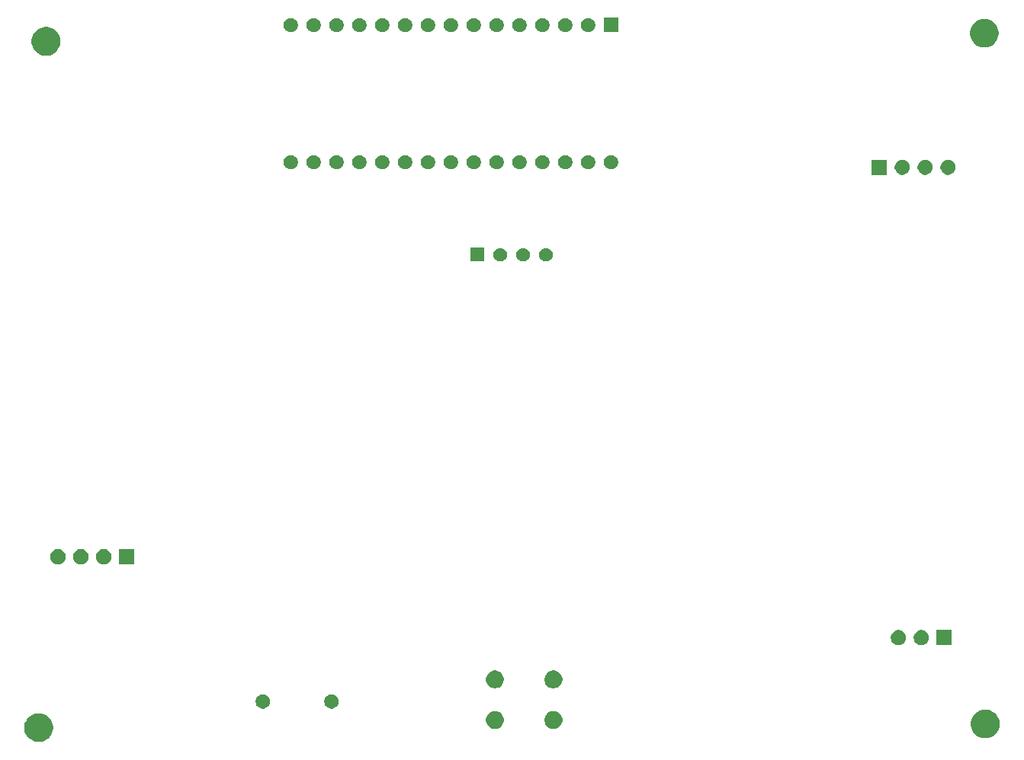
<source format=gbs>
G04 #@! TF.GenerationSoftware,KiCad,Pcbnew,9.0.6*
G04 #@! TF.CreationDate,2025-12-21T20:31:47-08:00*
G04 #@! TF.ProjectId,enviroment_sensor,656e7669-726f-46d6-956e-745f73656e73,rev?*
G04 #@! TF.SameCoordinates,Original*
G04 #@! TF.FileFunction,Soldermask,Bot*
G04 #@! TF.FilePolarity,Negative*
%FSLAX46Y46*%
G04 Gerber Fmt 4.6, Leading zero omitted, Abs format (unit mm)*
G04 Created by KiCad (PCBNEW 9.0.6) date 2025-12-21 20:31:47*
%MOMM*%
%LPD*%
G01*
G04 APERTURE LIST*
G04 APERTURE END LIST*
G36*
X46873513Y-114544208D02*
G01*
X47112293Y-114621793D01*
X47335998Y-114735776D01*
X47539117Y-114883350D01*
X47716650Y-115060883D01*
X47864224Y-115264002D01*
X47978207Y-115487707D01*
X48055792Y-115726487D01*
X48095068Y-115974465D01*
X48095068Y-116225535D01*
X48055792Y-116473513D01*
X47978207Y-116712293D01*
X47864224Y-116935998D01*
X47716650Y-117139117D01*
X47539117Y-117316650D01*
X47335998Y-117464224D01*
X47112293Y-117578207D01*
X46873513Y-117655792D01*
X46625535Y-117695068D01*
X46374465Y-117695068D01*
X46126487Y-117655792D01*
X45887707Y-117578207D01*
X45664002Y-117464224D01*
X45460883Y-117316650D01*
X45283350Y-117139117D01*
X45135776Y-116935998D01*
X45021793Y-116712293D01*
X44944208Y-116473513D01*
X44904932Y-116225535D01*
X44904932Y-115974465D01*
X44944208Y-115726487D01*
X45021793Y-115487707D01*
X45135776Y-115264002D01*
X45283350Y-115060883D01*
X45460883Y-114883350D01*
X45664002Y-114735776D01*
X45887707Y-114621793D01*
X46126487Y-114544208D01*
X46374465Y-114504932D01*
X46625535Y-114504932D01*
X46873513Y-114544208D01*
G37*
G36*
X151973513Y-114144208D02*
G01*
X152212293Y-114221793D01*
X152435998Y-114335776D01*
X152639117Y-114483350D01*
X152816650Y-114660883D01*
X152964224Y-114864002D01*
X153078207Y-115087707D01*
X153155792Y-115326487D01*
X153195068Y-115574465D01*
X153195068Y-115825535D01*
X153155792Y-116073513D01*
X153078207Y-116312293D01*
X152964224Y-116535998D01*
X152816650Y-116739117D01*
X152639117Y-116916650D01*
X152435998Y-117064224D01*
X152212293Y-117178207D01*
X151973513Y-117255792D01*
X151725535Y-117295068D01*
X151474465Y-117295068D01*
X151226487Y-117255792D01*
X150987707Y-117178207D01*
X150764002Y-117064224D01*
X150560883Y-116916650D01*
X150383350Y-116739117D01*
X150235776Y-116535998D01*
X150121793Y-116312293D01*
X150044208Y-116073513D01*
X150004932Y-115825535D01*
X150004932Y-115574465D01*
X150044208Y-115326487D01*
X150121793Y-115087707D01*
X150235776Y-114864002D01*
X150383350Y-114660883D01*
X150560883Y-114483350D01*
X150764002Y-114335776D01*
X150987707Y-114221793D01*
X151226487Y-114144208D01*
X151474465Y-114104932D01*
X151725535Y-114104932D01*
X151973513Y-114144208D01*
G37*
G36*
X97440285Y-114293060D02*
G01*
X97621397Y-114368079D01*
X97784393Y-114476990D01*
X97923010Y-114615607D01*
X98031921Y-114778603D01*
X98106940Y-114959715D01*
X98145185Y-115151983D01*
X98145185Y-115348017D01*
X98106940Y-115540285D01*
X98031921Y-115721397D01*
X97923010Y-115884393D01*
X97784393Y-116023010D01*
X97621397Y-116131921D01*
X97440285Y-116206940D01*
X97248017Y-116245185D01*
X97051983Y-116245185D01*
X96859715Y-116206940D01*
X96678603Y-116131921D01*
X96515607Y-116023010D01*
X96376990Y-115884393D01*
X96268079Y-115721397D01*
X96193060Y-115540285D01*
X96154815Y-115348017D01*
X96154815Y-115151983D01*
X96193060Y-114959715D01*
X96268079Y-114778603D01*
X96376990Y-114615607D01*
X96515607Y-114476990D01*
X96678603Y-114368079D01*
X96859715Y-114293060D01*
X97051983Y-114254815D01*
X97248017Y-114254815D01*
X97440285Y-114293060D01*
G37*
G36*
X103940285Y-114293060D02*
G01*
X104121397Y-114368079D01*
X104284393Y-114476990D01*
X104423010Y-114615607D01*
X104531921Y-114778603D01*
X104606940Y-114959715D01*
X104645185Y-115151983D01*
X104645185Y-115348017D01*
X104606940Y-115540285D01*
X104531921Y-115721397D01*
X104423010Y-115884393D01*
X104284393Y-116023010D01*
X104121397Y-116131921D01*
X103940285Y-116206940D01*
X103748017Y-116245185D01*
X103551983Y-116245185D01*
X103359715Y-116206940D01*
X103178603Y-116131921D01*
X103015607Y-116023010D01*
X102876990Y-115884393D01*
X102768079Y-115721397D01*
X102693060Y-115540285D01*
X102654815Y-115348017D01*
X102654815Y-115151983D01*
X102693060Y-114959715D01*
X102768079Y-114778603D01*
X102876990Y-114615607D01*
X103015607Y-114476990D01*
X103178603Y-114368079D01*
X103359715Y-114293060D01*
X103551983Y-114254815D01*
X103748017Y-114254815D01*
X103940285Y-114293060D01*
G37*
G36*
X71612228Y-112434448D02*
G01*
X71757117Y-112494463D01*
X71887515Y-112581592D01*
X71998408Y-112692485D01*
X72085537Y-112822883D01*
X72145552Y-112967772D01*
X72176148Y-113121586D01*
X72176148Y-113278414D01*
X72145552Y-113432228D01*
X72085537Y-113577117D01*
X71998408Y-113707515D01*
X71887515Y-113818408D01*
X71757117Y-113905537D01*
X71612228Y-113965552D01*
X71458414Y-113996148D01*
X71301586Y-113996148D01*
X71147772Y-113965552D01*
X71002883Y-113905537D01*
X70872485Y-113818408D01*
X70761592Y-113707515D01*
X70674463Y-113577117D01*
X70614448Y-113432228D01*
X70583852Y-113278414D01*
X70583852Y-113121586D01*
X70614448Y-112967772D01*
X70674463Y-112822883D01*
X70761592Y-112692485D01*
X70872485Y-112581592D01*
X71002883Y-112494463D01*
X71147772Y-112434448D01*
X71301586Y-112403852D01*
X71458414Y-112403852D01*
X71612228Y-112434448D01*
G37*
G36*
X79232228Y-112434448D02*
G01*
X79377117Y-112494463D01*
X79507515Y-112581592D01*
X79618408Y-112692485D01*
X79705537Y-112822883D01*
X79765552Y-112967772D01*
X79796148Y-113121586D01*
X79796148Y-113278414D01*
X79765552Y-113432228D01*
X79705537Y-113577117D01*
X79618408Y-113707515D01*
X79507515Y-113818408D01*
X79377117Y-113905537D01*
X79232228Y-113965552D01*
X79078414Y-113996148D01*
X78921586Y-113996148D01*
X78767772Y-113965552D01*
X78622883Y-113905537D01*
X78492485Y-113818408D01*
X78381592Y-113707515D01*
X78294463Y-113577117D01*
X78234448Y-113432228D01*
X78203852Y-113278414D01*
X78203852Y-113121586D01*
X78234448Y-112967772D01*
X78294463Y-112822883D01*
X78381592Y-112692485D01*
X78492485Y-112581592D01*
X78622883Y-112494463D01*
X78767772Y-112434448D01*
X78921586Y-112403852D01*
X79078414Y-112403852D01*
X79232228Y-112434448D01*
G37*
G36*
X97440285Y-109793060D02*
G01*
X97621397Y-109868079D01*
X97784393Y-109976990D01*
X97923010Y-110115607D01*
X98031921Y-110278603D01*
X98106940Y-110459715D01*
X98145185Y-110651983D01*
X98145185Y-110848017D01*
X98106940Y-111040285D01*
X98031921Y-111221397D01*
X97923010Y-111384393D01*
X97784393Y-111523010D01*
X97621397Y-111631921D01*
X97440285Y-111706940D01*
X97248017Y-111745185D01*
X97051983Y-111745185D01*
X96859715Y-111706940D01*
X96678603Y-111631921D01*
X96515607Y-111523010D01*
X96376990Y-111384393D01*
X96268079Y-111221397D01*
X96193060Y-111040285D01*
X96154815Y-110848017D01*
X96154815Y-110651983D01*
X96193060Y-110459715D01*
X96268079Y-110278603D01*
X96376990Y-110115607D01*
X96515607Y-109976990D01*
X96678603Y-109868079D01*
X96859715Y-109793060D01*
X97051983Y-109754815D01*
X97248017Y-109754815D01*
X97440285Y-109793060D01*
G37*
G36*
X103940285Y-109793060D02*
G01*
X104121397Y-109868079D01*
X104284393Y-109976990D01*
X104423010Y-110115607D01*
X104531921Y-110278603D01*
X104606940Y-110459715D01*
X104645185Y-110651983D01*
X104645185Y-110848017D01*
X104606940Y-111040285D01*
X104531921Y-111221397D01*
X104423010Y-111384393D01*
X104284393Y-111523010D01*
X104121397Y-111631921D01*
X103940285Y-111706940D01*
X103748017Y-111745185D01*
X103551983Y-111745185D01*
X103359715Y-111706940D01*
X103178603Y-111631921D01*
X103015607Y-111523010D01*
X102876990Y-111384393D01*
X102768079Y-111221397D01*
X102693060Y-111040285D01*
X102654815Y-110848017D01*
X102654815Y-110651983D01*
X102693060Y-110459715D01*
X102768079Y-110278603D01*
X102876990Y-110115607D01*
X103015607Y-109976990D01*
X103178603Y-109868079D01*
X103359715Y-109793060D01*
X103551983Y-109754815D01*
X103748017Y-109754815D01*
X103940285Y-109793060D01*
G37*
G36*
X147890000Y-106950000D02*
G01*
X146190000Y-106950000D01*
X146190000Y-105250000D01*
X147890000Y-105250000D01*
X147890000Y-106950000D01*
G37*
G36*
X142206742Y-105286601D02*
G01*
X142360687Y-105350367D01*
X142499234Y-105442941D01*
X142617059Y-105560766D01*
X142709633Y-105699313D01*
X142773399Y-105853258D01*
X142805907Y-106016685D01*
X142805907Y-106183315D01*
X142773399Y-106346742D01*
X142709633Y-106500687D01*
X142617059Y-106639234D01*
X142499234Y-106757059D01*
X142360687Y-106849633D01*
X142206742Y-106913399D01*
X142043315Y-106945907D01*
X141876685Y-106945907D01*
X141713258Y-106913399D01*
X141559313Y-106849633D01*
X141420766Y-106757059D01*
X141302941Y-106639234D01*
X141210367Y-106500687D01*
X141146601Y-106346742D01*
X141114093Y-106183315D01*
X141114093Y-106016685D01*
X141146601Y-105853258D01*
X141210367Y-105699313D01*
X141302941Y-105560766D01*
X141420766Y-105442941D01*
X141559313Y-105350367D01*
X141713258Y-105286601D01*
X141876685Y-105254093D01*
X142043315Y-105254093D01*
X142206742Y-105286601D01*
G37*
G36*
X144746742Y-105286601D02*
G01*
X144900687Y-105350367D01*
X145039234Y-105442941D01*
X145157059Y-105560766D01*
X145249633Y-105699313D01*
X145313399Y-105853258D01*
X145345907Y-106016685D01*
X145345907Y-106183315D01*
X145313399Y-106346742D01*
X145249633Y-106500687D01*
X145157059Y-106639234D01*
X145039234Y-106757059D01*
X144900687Y-106849633D01*
X144746742Y-106913399D01*
X144583315Y-106945907D01*
X144416685Y-106945907D01*
X144253258Y-106913399D01*
X144099313Y-106849633D01*
X143960766Y-106757059D01*
X143842941Y-106639234D01*
X143750367Y-106500687D01*
X143686601Y-106346742D01*
X143654093Y-106183315D01*
X143654093Y-106016685D01*
X143686601Y-105853258D01*
X143750367Y-105699313D01*
X143842941Y-105560766D01*
X143960766Y-105442941D01*
X144099313Y-105350367D01*
X144253258Y-105286601D01*
X144416685Y-105254093D01*
X144583315Y-105254093D01*
X144746742Y-105286601D01*
G37*
G36*
X57100000Y-97950000D02*
G01*
X55400000Y-97950000D01*
X55400000Y-96250000D01*
X57100000Y-96250000D01*
X57100000Y-97950000D01*
G37*
G36*
X48876742Y-96286601D02*
G01*
X49030687Y-96350367D01*
X49169234Y-96442941D01*
X49287059Y-96560766D01*
X49379633Y-96699313D01*
X49443399Y-96853258D01*
X49475907Y-97016685D01*
X49475907Y-97183315D01*
X49443399Y-97346742D01*
X49379633Y-97500687D01*
X49287059Y-97639234D01*
X49169234Y-97757059D01*
X49030687Y-97849633D01*
X48876742Y-97913399D01*
X48713315Y-97945907D01*
X48546685Y-97945907D01*
X48383258Y-97913399D01*
X48229313Y-97849633D01*
X48090766Y-97757059D01*
X47972941Y-97639234D01*
X47880367Y-97500687D01*
X47816601Y-97346742D01*
X47784093Y-97183315D01*
X47784093Y-97016685D01*
X47816601Y-96853258D01*
X47880367Y-96699313D01*
X47972941Y-96560766D01*
X48090766Y-96442941D01*
X48229313Y-96350367D01*
X48383258Y-96286601D01*
X48546685Y-96254093D01*
X48713315Y-96254093D01*
X48876742Y-96286601D01*
G37*
G36*
X51416742Y-96286601D02*
G01*
X51570687Y-96350367D01*
X51709234Y-96442941D01*
X51827059Y-96560766D01*
X51919633Y-96699313D01*
X51983399Y-96853258D01*
X52015907Y-97016685D01*
X52015907Y-97183315D01*
X51983399Y-97346742D01*
X51919633Y-97500687D01*
X51827059Y-97639234D01*
X51709234Y-97757059D01*
X51570687Y-97849633D01*
X51416742Y-97913399D01*
X51253315Y-97945907D01*
X51086685Y-97945907D01*
X50923258Y-97913399D01*
X50769313Y-97849633D01*
X50630766Y-97757059D01*
X50512941Y-97639234D01*
X50420367Y-97500687D01*
X50356601Y-97346742D01*
X50324093Y-97183315D01*
X50324093Y-97016685D01*
X50356601Y-96853258D01*
X50420367Y-96699313D01*
X50512941Y-96560766D01*
X50630766Y-96442941D01*
X50769313Y-96350367D01*
X50923258Y-96286601D01*
X51086685Y-96254093D01*
X51253315Y-96254093D01*
X51416742Y-96286601D01*
G37*
G36*
X53956742Y-96286601D02*
G01*
X54110687Y-96350367D01*
X54249234Y-96442941D01*
X54367059Y-96560766D01*
X54459633Y-96699313D01*
X54523399Y-96853258D01*
X54555907Y-97016685D01*
X54555907Y-97183315D01*
X54523399Y-97346742D01*
X54459633Y-97500687D01*
X54367059Y-97639234D01*
X54249234Y-97757059D01*
X54110687Y-97849633D01*
X53956742Y-97913399D01*
X53793315Y-97945907D01*
X53626685Y-97945907D01*
X53463258Y-97913399D01*
X53309313Y-97849633D01*
X53170766Y-97757059D01*
X53052941Y-97639234D01*
X52960367Y-97500687D01*
X52896601Y-97346742D01*
X52864093Y-97183315D01*
X52864093Y-97016685D01*
X52896601Y-96853258D01*
X52960367Y-96699313D01*
X53052941Y-96560766D01*
X53170766Y-96442941D01*
X53309313Y-96350367D01*
X53463258Y-96286601D01*
X53626685Y-96254093D01*
X53793315Y-96254093D01*
X53956742Y-96286601D01*
G37*
G36*
X95952000Y-64292000D02*
G01*
X94428000Y-64292000D01*
X94428000Y-62768000D01*
X95952000Y-62768000D01*
X95952000Y-64292000D01*
G37*
G36*
X97951197Y-62800811D02*
G01*
X98089204Y-62857976D01*
X98213408Y-62940966D01*
X98319034Y-63046592D01*
X98402024Y-63170796D01*
X98459189Y-63308803D01*
X98488331Y-63455311D01*
X98488331Y-63604689D01*
X98459189Y-63751197D01*
X98402024Y-63889204D01*
X98319034Y-64013408D01*
X98213408Y-64119034D01*
X98089204Y-64202024D01*
X97951197Y-64259189D01*
X97804689Y-64288331D01*
X97655311Y-64288331D01*
X97508803Y-64259189D01*
X97370796Y-64202024D01*
X97246592Y-64119034D01*
X97140966Y-64013408D01*
X97057976Y-63889204D01*
X97000811Y-63751197D01*
X96971669Y-63604689D01*
X96971669Y-63455311D01*
X97000811Y-63308803D01*
X97057976Y-63170796D01*
X97140966Y-63046592D01*
X97246592Y-62940966D01*
X97370796Y-62857976D01*
X97508803Y-62800811D01*
X97655311Y-62771669D01*
X97804689Y-62771669D01*
X97951197Y-62800811D01*
G37*
G36*
X100491197Y-62800811D02*
G01*
X100629204Y-62857976D01*
X100753408Y-62940966D01*
X100859034Y-63046592D01*
X100942024Y-63170796D01*
X100999189Y-63308803D01*
X101028331Y-63455311D01*
X101028331Y-63604689D01*
X100999189Y-63751197D01*
X100942024Y-63889204D01*
X100859034Y-64013408D01*
X100753408Y-64119034D01*
X100629204Y-64202024D01*
X100491197Y-64259189D01*
X100344689Y-64288331D01*
X100195311Y-64288331D01*
X100048803Y-64259189D01*
X99910796Y-64202024D01*
X99786592Y-64119034D01*
X99680966Y-64013408D01*
X99597976Y-63889204D01*
X99540811Y-63751197D01*
X99511669Y-63604689D01*
X99511669Y-63455311D01*
X99540811Y-63308803D01*
X99597976Y-63170796D01*
X99680966Y-63046592D01*
X99786592Y-62940966D01*
X99910796Y-62857976D01*
X100048803Y-62800811D01*
X100195311Y-62771669D01*
X100344689Y-62771669D01*
X100491197Y-62800811D01*
G37*
G36*
X103031197Y-62800811D02*
G01*
X103169204Y-62857976D01*
X103293408Y-62940966D01*
X103399034Y-63046592D01*
X103482024Y-63170796D01*
X103539189Y-63308803D01*
X103568331Y-63455311D01*
X103568331Y-63604689D01*
X103539189Y-63751197D01*
X103482024Y-63889204D01*
X103399034Y-64013408D01*
X103293408Y-64119034D01*
X103169204Y-64202024D01*
X103031197Y-64259189D01*
X102884689Y-64288331D01*
X102735311Y-64288331D01*
X102588803Y-64259189D01*
X102450796Y-64202024D01*
X102326592Y-64119034D01*
X102220966Y-64013408D01*
X102137976Y-63889204D01*
X102080811Y-63751197D01*
X102051669Y-63604689D01*
X102051669Y-63455311D01*
X102080811Y-63308803D01*
X102137976Y-63170796D01*
X102220966Y-63046592D01*
X102326592Y-62940966D01*
X102450796Y-62857976D01*
X102588803Y-62800811D01*
X102735311Y-62771669D01*
X102884689Y-62771669D01*
X103031197Y-62800811D01*
G37*
G36*
X140700000Y-54650000D02*
G01*
X139000000Y-54650000D01*
X139000000Y-52950000D01*
X140700000Y-52950000D01*
X140700000Y-54650000D01*
G37*
G36*
X142636742Y-52986601D02*
G01*
X142790687Y-53050367D01*
X142929234Y-53142941D01*
X143047059Y-53260766D01*
X143139633Y-53399313D01*
X143203399Y-53553258D01*
X143235907Y-53716685D01*
X143235907Y-53883315D01*
X143203399Y-54046742D01*
X143139633Y-54200687D01*
X143047059Y-54339234D01*
X142929234Y-54457059D01*
X142790687Y-54549633D01*
X142636742Y-54613399D01*
X142473315Y-54645907D01*
X142306685Y-54645907D01*
X142143258Y-54613399D01*
X141989313Y-54549633D01*
X141850766Y-54457059D01*
X141732941Y-54339234D01*
X141640367Y-54200687D01*
X141576601Y-54046742D01*
X141544093Y-53883315D01*
X141544093Y-53716685D01*
X141576601Y-53553258D01*
X141640367Y-53399313D01*
X141732941Y-53260766D01*
X141850766Y-53142941D01*
X141989313Y-53050367D01*
X142143258Y-52986601D01*
X142306685Y-52954093D01*
X142473315Y-52954093D01*
X142636742Y-52986601D01*
G37*
G36*
X145176742Y-52986601D02*
G01*
X145330687Y-53050367D01*
X145469234Y-53142941D01*
X145587059Y-53260766D01*
X145679633Y-53399313D01*
X145743399Y-53553258D01*
X145775907Y-53716685D01*
X145775907Y-53883315D01*
X145743399Y-54046742D01*
X145679633Y-54200687D01*
X145587059Y-54339234D01*
X145469234Y-54457059D01*
X145330687Y-54549633D01*
X145176742Y-54613399D01*
X145013315Y-54645907D01*
X144846685Y-54645907D01*
X144683258Y-54613399D01*
X144529313Y-54549633D01*
X144390766Y-54457059D01*
X144272941Y-54339234D01*
X144180367Y-54200687D01*
X144116601Y-54046742D01*
X144084093Y-53883315D01*
X144084093Y-53716685D01*
X144116601Y-53553258D01*
X144180367Y-53399313D01*
X144272941Y-53260766D01*
X144390766Y-53142941D01*
X144529313Y-53050367D01*
X144683258Y-52986601D01*
X144846685Y-52954093D01*
X145013315Y-52954093D01*
X145176742Y-52986601D01*
G37*
G36*
X147716742Y-52986601D02*
G01*
X147870687Y-53050367D01*
X148009234Y-53142941D01*
X148127059Y-53260766D01*
X148219633Y-53399313D01*
X148283399Y-53553258D01*
X148315907Y-53716685D01*
X148315907Y-53883315D01*
X148283399Y-54046742D01*
X148219633Y-54200687D01*
X148127059Y-54339234D01*
X148009234Y-54457059D01*
X147870687Y-54549633D01*
X147716742Y-54613399D01*
X147553315Y-54645907D01*
X147386685Y-54645907D01*
X147223258Y-54613399D01*
X147069313Y-54549633D01*
X146930766Y-54457059D01*
X146812941Y-54339234D01*
X146720367Y-54200687D01*
X146656601Y-54046742D01*
X146624093Y-53883315D01*
X146624093Y-53716685D01*
X146656601Y-53553258D01*
X146720367Y-53399313D01*
X146812941Y-53260766D01*
X146930766Y-53142941D01*
X147069313Y-53050367D01*
X147223258Y-52986601D01*
X147386685Y-52954093D01*
X147553315Y-52954093D01*
X147716742Y-52986601D01*
G37*
G36*
X74722228Y-52474448D02*
G01*
X74867117Y-52534463D01*
X74997515Y-52621592D01*
X75108408Y-52732485D01*
X75195537Y-52862883D01*
X75255552Y-53007772D01*
X75286148Y-53161586D01*
X75286148Y-53318414D01*
X75255552Y-53472228D01*
X75195537Y-53617117D01*
X75108408Y-53747515D01*
X74997515Y-53858408D01*
X74867117Y-53945537D01*
X74722228Y-54005552D01*
X74568414Y-54036148D01*
X74411586Y-54036148D01*
X74257772Y-54005552D01*
X74112883Y-53945537D01*
X73982485Y-53858408D01*
X73871592Y-53747515D01*
X73784463Y-53617117D01*
X73724448Y-53472228D01*
X73693852Y-53318414D01*
X73693852Y-53161586D01*
X73724448Y-53007772D01*
X73784463Y-52862883D01*
X73871592Y-52732485D01*
X73982485Y-52621592D01*
X74112883Y-52534463D01*
X74257772Y-52474448D01*
X74411586Y-52443852D01*
X74568414Y-52443852D01*
X74722228Y-52474448D01*
G37*
G36*
X77262228Y-52474448D02*
G01*
X77407117Y-52534463D01*
X77537515Y-52621592D01*
X77648408Y-52732485D01*
X77735537Y-52862883D01*
X77795552Y-53007772D01*
X77826148Y-53161586D01*
X77826148Y-53318414D01*
X77795552Y-53472228D01*
X77735537Y-53617117D01*
X77648408Y-53747515D01*
X77537515Y-53858408D01*
X77407117Y-53945537D01*
X77262228Y-54005552D01*
X77108414Y-54036148D01*
X76951586Y-54036148D01*
X76797772Y-54005552D01*
X76652883Y-53945537D01*
X76522485Y-53858408D01*
X76411592Y-53747515D01*
X76324463Y-53617117D01*
X76264448Y-53472228D01*
X76233852Y-53318414D01*
X76233852Y-53161586D01*
X76264448Y-53007772D01*
X76324463Y-52862883D01*
X76411592Y-52732485D01*
X76522485Y-52621592D01*
X76652883Y-52534463D01*
X76797772Y-52474448D01*
X76951586Y-52443852D01*
X77108414Y-52443852D01*
X77262228Y-52474448D01*
G37*
G36*
X79802228Y-52474448D02*
G01*
X79947117Y-52534463D01*
X80077515Y-52621592D01*
X80188408Y-52732485D01*
X80275537Y-52862883D01*
X80335552Y-53007772D01*
X80366148Y-53161586D01*
X80366148Y-53318414D01*
X80335552Y-53472228D01*
X80275537Y-53617117D01*
X80188408Y-53747515D01*
X80077515Y-53858408D01*
X79947117Y-53945537D01*
X79802228Y-54005552D01*
X79648414Y-54036148D01*
X79491586Y-54036148D01*
X79337772Y-54005552D01*
X79192883Y-53945537D01*
X79062485Y-53858408D01*
X78951592Y-53747515D01*
X78864463Y-53617117D01*
X78804448Y-53472228D01*
X78773852Y-53318414D01*
X78773852Y-53161586D01*
X78804448Y-53007772D01*
X78864463Y-52862883D01*
X78951592Y-52732485D01*
X79062485Y-52621592D01*
X79192883Y-52534463D01*
X79337772Y-52474448D01*
X79491586Y-52443852D01*
X79648414Y-52443852D01*
X79802228Y-52474448D01*
G37*
G36*
X82342228Y-52474448D02*
G01*
X82487117Y-52534463D01*
X82617515Y-52621592D01*
X82728408Y-52732485D01*
X82815537Y-52862883D01*
X82875552Y-53007772D01*
X82906148Y-53161586D01*
X82906148Y-53318414D01*
X82875552Y-53472228D01*
X82815537Y-53617117D01*
X82728408Y-53747515D01*
X82617515Y-53858408D01*
X82487117Y-53945537D01*
X82342228Y-54005552D01*
X82188414Y-54036148D01*
X82031586Y-54036148D01*
X81877772Y-54005552D01*
X81732883Y-53945537D01*
X81602485Y-53858408D01*
X81491592Y-53747515D01*
X81404463Y-53617117D01*
X81344448Y-53472228D01*
X81313852Y-53318414D01*
X81313852Y-53161586D01*
X81344448Y-53007772D01*
X81404463Y-52862883D01*
X81491592Y-52732485D01*
X81602485Y-52621592D01*
X81732883Y-52534463D01*
X81877772Y-52474448D01*
X82031586Y-52443852D01*
X82188414Y-52443852D01*
X82342228Y-52474448D01*
G37*
G36*
X84882228Y-52474448D02*
G01*
X85027117Y-52534463D01*
X85157515Y-52621592D01*
X85268408Y-52732485D01*
X85355537Y-52862883D01*
X85415552Y-53007772D01*
X85446148Y-53161586D01*
X85446148Y-53318414D01*
X85415552Y-53472228D01*
X85355537Y-53617117D01*
X85268408Y-53747515D01*
X85157515Y-53858408D01*
X85027117Y-53945537D01*
X84882228Y-54005552D01*
X84728414Y-54036148D01*
X84571586Y-54036148D01*
X84417772Y-54005552D01*
X84272883Y-53945537D01*
X84142485Y-53858408D01*
X84031592Y-53747515D01*
X83944463Y-53617117D01*
X83884448Y-53472228D01*
X83853852Y-53318414D01*
X83853852Y-53161586D01*
X83884448Y-53007772D01*
X83944463Y-52862883D01*
X84031592Y-52732485D01*
X84142485Y-52621592D01*
X84272883Y-52534463D01*
X84417772Y-52474448D01*
X84571586Y-52443852D01*
X84728414Y-52443852D01*
X84882228Y-52474448D01*
G37*
G36*
X87422228Y-52474448D02*
G01*
X87567117Y-52534463D01*
X87697515Y-52621592D01*
X87808408Y-52732485D01*
X87895537Y-52862883D01*
X87955552Y-53007772D01*
X87986148Y-53161586D01*
X87986148Y-53318414D01*
X87955552Y-53472228D01*
X87895537Y-53617117D01*
X87808408Y-53747515D01*
X87697515Y-53858408D01*
X87567117Y-53945537D01*
X87422228Y-54005552D01*
X87268414Y-54036148D01*
X87111586Y-54036148D01*
X86957772Y-54005552D01*
X86812883Y-53945537D01*
X86682485Y-53858408D01*
X86571592Y-53747515D01*
X86484463Y-53617117D01*
X86424448Y-53472228D01*
X86393852Y-53318414D01*
X86393852Y-53161586D01*
X86424448Y-53007772D01*
X86484463Y-52862883D01*
X86571592Y-52732485D01*
X86682485Y-52621592D01*
X86812883Y-52534463D01*
X86957772Y-52474448D01*
X87111586Y-52443852D01*
X87268414Y-52443852D01*
X87422228Y-52474448D01*
G37*
G36*
X89962228Y-52474448D02*
G01*
X90107117Y-52534463D01*
X90237515Y-52621592D01*
X90348408Y-52732485D01*
X90435537Y-52862883D01*
X90495552Y-53007772D01*
X90526148Y-53161586D01*
X90526148Y-53318414D01*
X90495552Y-53472228D01*
X90435537Y-53617117D01*
X90348408Y-53747515D01*
X90237515Y-53858408D01*
X90107117Y-53945537D01*
X89962228Y-54005552D01*
X89808414Y-54036148D01*
X89651586Y-54036148D01*
X89497772Y-54005552D01*
X89352883Y-53945537D01*
X89222485Y-53858408D01*
X89111592Y-53747515D01*
X89024463Y-53617117D01*
X88964448Y-53472228D01*
X88933852Y-53318414D01*
X88933852Y-53161586D01*
X88964448Y-53007772D01*
X89024463Y-52862883D01*
X89111592Y-52732485D01*
X89222485Y-52621592D01*
X89352883Y-52534463D01*
X89497772Y-52474448D01*
X89651586Y-52443852D01*
X89808414Y-52443852D01*
X89962228Y-52474448D01*
G37*
G36*
X92502228Y-52474448D02*
G01*
X92647117Y-52534463D01*
X92777515Y-52621592D01*
X92888408Y-52732485D01*
X92975537Y-52862883D01*
X93035552Y-53007772D01*
X93066148Y-53161586D01*
X93066148Y-53318414D01*
X93035552Y-53472228D01*
X92975537Y-53617117D01*
X92888408Y-53747515D01*
X92777515Y-53858408D01*
X92647117Y-53945537D01*
X92502228Y-54005552D01*
X92348414Y-54036148D01*
X92191586Y-54036148D01*
X92037772Y-54005552D01*
X91892883Y-53945537D01*
X91762485Y-53858408D01*
X91651592Y-53747515D01*
X91564463Y-53617117D01*
X91504448Y-53472228D01*
X91473852Y-53318414D01*
X91473852Y-53161586D01*
X91504448Y-53007772D01*
X91564463Y-52862883D01*
X91651592Y-52732485D01*
X91762485Y-52621592D01*
X91892883Y-52534463D01*
X92037772Y-52474448D01*
X92191586Y-52443852D01*
X92348414Y-52443852D01*
X92502228Y-52474448D01*
G37*
G36*
X95042228Y-52474448D02*
G01*
X95187117Y-52534463D01*
X95317515Y-52621592D01*
X95428408Y-52732485D01*
X95515537Y-52862883D01*
X95575552Y-53007772D01*
X95606148Y-53161586D01*
X95606148Y-53318414D01*
X95575552Y-53472228D01*
X95515537Y-53617117D01*
X95428408Y-53747515D01*
X95317515Y-53858408D01*
X95187117Y-53945537D01*
X95042228Y-54005552D01*
X94888414Y-54036148D01*
X94731586Y-54036148D01*
X94577772Y-54005552D01*
X94432883Y-53945537D01*
X94302485Y-53858408D01*
X94191592Y-53747515D01*
X94104463Y-53617117D01*
X94044448Y-53472228D01*
X94013852Y-53318414D01*
X94013852Y-53161586D01*
X94044448Y-53007772D01*
X94104463Y-52862883D01*
X94191592Y-52732485D01*
X94302485Y-52621592D01*
X94432883Y-52534463D01*
X94577772Y-52474448D01*
X94731586Y-52443852D01*
X94888414Y-52443852D01*
X95042228Y-52474448D01*
G37*
G36*
X97582228Y-52474448D02*
G01*
X97727117Y-52534463D01*
X97857515Y-52621592D01*
X97968408Y-52732485D01*
X98055537Y-52862883D01*
X98115552Y-53007772D01*
X98146148Y-53161586D01*
X98146148Y-53318414D01*
X98115552Y-53472228D01*
X98055537Y-53617117D01*
X97968408Y-53747515D01*
X97857515Y-53858408D01*
X97727117Y-53945537D01*
X97582228Y-54005552D01*
X97428414Y-54036148D01*
X97271586Y-54036148D01*
X97117772Y-54005552D01*
X96972883Y-53945537D01*
X96842485Y-53858408D01*
X96731592Y-53747515D01*
X96644463Y-53617117D01*
X96584448Y-53472228D01*
X96553852Y-53318414D01*
X96553852Y-53161586D01*
X96584448Y-53007772D01*
X96644463Y-52862883D01*
X96731592Y-52732485D01*
X96842485Y-52621592D01*
X96972883Y-52534463D01*
X97117772Y-52474448D01*
X97271586Y-52443852D01*
X97428414Y-52443852D01*
X97582228Y-52474448D01*
G37*
G36*
X100122228Y-52474448D02*
G01*
X100267117Y-52534463D01*
X100397515Y-52621592D01*
X100508408Y-52732485D01*
X100595537Y-52862883D01*
X100655552Y-53007772D01*
X100686148Y-53161586D01*
X100686148Y-53318414D01*
X100655552Y-53472228D01*
X100595537Y-53617117D01*
X100508408Y-53747515D01*
X100397515Y-53858408D01*
X100267117Y-53945537D01*
X100122228Y-54005552D01*
X99968414Y-54036148D01*
X99811586Y-54036148D01*
X99657772Y-54005552D01*
X99512883Y-53945537D01*
X99382485Y-53858408D01*
X99271592Y-53747515D01*
X99184463Y-53617117D01*
X99124448Y-53472228D01*
X99093852Y-53318414D01*
X99093852Y-53161586D01*
X99124448Y-53007772D01*
X99184463Y-52862883D01*
X99271592Y-52732485D01*
X99382485Y-52621592D01*
X99512883Y-52534463D01*
X99657772Y-52474448D01*
X99811586Y-52443852D01*
X99968414Y-52443852D01*
X100122228Y-52474448D01*
G37*
G36*
X102662228Y-52474448D02*
G01*
X102807117Y-52534463D01*
X102937515Y-52621592D01*
X103048408Y-52732485D01*
X103135537Y-52862883D01*
X103195552Y-53007772D01*
X103226148Y-53161586D01*
X103226148Y-53318414D01*
X103195552Y-53472228D01*
X103135537Y-53617117D01*
X103048408Y-53747515D01*
X102937515Y-53858408D01*
X102807117Y-53945537D01*
X102662228Y-54005552D01*
X102508414Y-54036148D01*
X102351586Y-54036148D01*
X102197772Y-54005552D01*
X102052883Y-53945537D01*
X101922485Y-53858408D01*
X101811592Y-53747515D01*
X101724463Y-53617117D01*
X101664448Y-53472228D01*
X101633852Y-53318414D01*
X101633852Y-53161586D01*
X101664448Y-53007772D01*
X101724463Y-52862883D01*
X101811592Y-52732485D01*
X101922485Y-52621592D01*
X102052883Y-52534463D01*
X102197772Y-52474448D01*
X102351586Y-52443852D01*
X102508414Y-52443852D01*
X102662228Y-52474448D01*
G37*
G36*
X105202228Y-52474448D02*
G01*
X105347117Y-52534463D01*
X105477515Y-52621592D01*
X105588408Y-52732485D01*
X105675537Y-52862883D01*
X105735552Y-53007772D01*
X105766148Y-53161586D01*
X105766148Y-53318414D01*
X105735552Y-53472228D01*
X105675537Y-53617117D01*
X105588408Y-53747515D01*
X105477515Y-53858408D01*
X105347117Y-53945537D01*
X105202228Y-54005552D01*
X105048414Y-54036148D01*
X104891586Y-54036148D01*
X104737772Y-54005552D01*
X104592883Y-53945537D01*
X104462485Y-53858408D01*
X104351592Y-53747515D01*
X104264463Y-53617117D01*
X104204448Y-53472228D01*
X104173852Y-53318414D01*
X104173852Y-53161586D01*
X104204448Y-53007772D01*
X104264463Y-52862883D01*
X104351592Y-52732485D01*
X104462485Y-52621592D01*
X104592883Y-52534463D01*
X104737772Y-52474448D01*
X104891586Y-52443852D01*
X105048414Y-52443852D01*
X105202228Y-52474448D01*
G37*
G36*
X107742228Y-52474448D02*
G01*
X107887117Y-52534463D01*
X108017515Y-52621592D01*
X108128408Y-52732485D01*
X108215537Y-52862883D01*
X108275552Y-53007772D01*
X108306148Y-53161586D01*
X108306148Y-53318414D01*
X108275552Y-53472228D01*
X108215537Y-53617117D01*
X108128408Y-53747515D01*
X108017515Y-53858408D01*
X107887117Y-53945537D01*
X107742228Y-54005552D01*
X107588414Y-54036148D01*
X107431586Y-54036148D01*
X107277772Y-54005552D01*
X107132883Y-53945537D01*
X107002485Y-53858408D01*
X106891592Y-53747515D01*
X106804463Y-53617117D01*
X106744448Y-53472228D01*
X106713852Y-53318414D01*
X106713852Y-53161586D01*
X106744448Y-53007772D01*
X106804463Y-52862883D01*
X106891592Y-52732485D01*
X107002485Y-52621592D01*
X107132883Y-52534463D01*
X107277772Y-52474448D01*
X107431586Y-52443852D01*
X107588414Y-52443852D01*
X107742228Y-52474448D01*
G37*
G36*
X110282228Y-52474448D02*
G01*
X110427117Y-52534463D01*
X110557515Y-52621592D01*
X110668408Y-52732485D01*
X110755537Y-52862883D01*
X110815552Y-53007772D01*
X110846148Y-53161586D01*
X110846148Y-53318414D01*
X110815552Y-53472228D01*
X110755537Y-53617117D01*
X110668408Y-53747515D01*
X110557515Y-53858408D01*
X110427117Y-53945537D01*
X110282228Y-54005552D01*
X110128414Y-54036148D01*
X109971586Y-54036148D01*
X109817772Y-54005552D01*
X109672883Y-53945537D01*
X109542485Y-53858408D01*
X109431592Y-53747515D01*
X109344463Y-53617117D01*
X109284448Y-53472228D01*
X109253852Y-53318414D01*
X109253852Y-53161586D01*
X109284448Y-53007772D01*
X109344463Y-52862883D01*
X109431592Y-52732485D01*
X109542485Y-52621592D01*
X109672883Y-52534463D01*
X109817772Y-52474448D01*
X109971586Y-52443852D01*
X110128414Y-52443852D01*
X110282228Y-52474448D01*
G37*
G36*
X47673513Y-38244208D02*
G01*
X47912293Y-38321793D01*
X48135998Y-38435776D01*
X48339117Y-38583350D01*
X48516650Y-38760883D01*
X48664224Y-38964002D01*
X48778207Y-39187707D01*
X48855792Y-39426487D01*
X48895068Y-39674465D01*
X48895068Y-39925535D01*
X48855792Y-40173513D01*
X48778207Y-40412293D01*
X48664224Y-40635998D01*
X48516650Y-40839117D01*
X48339117Y-41016650D01*
X48135998Y-41164224D01*
X47912293Y-41278207D01*
X47673513Y-41355792D01*
X47425535Y-41395068D01*
X47174465Y-41395068D01*
X46926487Y-41355792D01*
X46687707Y-41278207D01*
X46464002Y-41164224D01*
X46260883Y-41016650D01*
X46083350Y-40839117D01*
X45935776Y-40635998D01*
X45821793Y-40412293D01*
X45744208Y-40173513D01*
X45704932Y-39925535D01*
X45704932Y-39674465D01*
X45744208Y-39426487D01*
X45821793Y-39187707D01*
X45935776Y-38964002D01*
X46083350Y-38760883D01*
X46260883Y-38583350D01*
X46464002Y-38435776D01*
X46687707Y-38321793D01*
X46926487Y-38244208D01*
X47174465Y-38204932D01*
X47425535Y-38204932D01*
X47673513Y-38244208D01*
G37*
G36*
X151873513Y-37344208D02*
G01*
X152112293Y-37421793D01*
X152335998Y-37535776D01*
X152539117Y-37683350D01*
X152716650Y-37860883D01*
X152864224Y-38064002D01*
X152978207Y-38287707D01*
X153055792Y-38526487D01*
X153095068Y-38774465D01*
X153095068Y-39025535D01*
X153055792Y-39273513D01*
X152978207Y-39512293D01*
X152864224Y-39735998D01*
X152716650Y-39939117D01*
X152539117Y-40116650D01*
X152335998Y-40264224D01*
X152112293Y-40378207D01*
X151873513Y-40455792D01*
X151625535Y-40495068D01*
X151374465Y-40495068D01*
X151126487Y-40455792D01*
X150887707Y-40378207D01*
X150664002Y-40264224D01*
X150460883Y-40116650D01*
X150283350Y-39939117D01*
X150135776Y-39735998D01*
X150021793Y-39512293D01*
X149944208Y-39273513D01*
X149904932Y-39025535D01*
X149904932Y-38774465D01*
X149944208Y-38526487D01*
X150021793Y-38287707D01*
X150135776Y-38064002D01*
X150283350Y-37860883D01*
X150460883Y-37683350D01*
X150664002Y-37535776D01*
X150887707Y-37421793D01*
X151126487Y-37344208D01*
X151374465Y-37304932D01*
X151625535Y-37304932D01*
X151873513Y-37344208D01*
G37*
G36*
X110850000Y-38800000D02*
G01*
X109250000Y-38800000D01*
X109250000Y-37200000D01*
X110850000Y-37200000D01*
X110850000Y-38800000D01*
G37*
G36*
X74722228Y-37234448D02*
G01*
X74867117Y-37294463D01*
X74997515Y-37381592D01*
X75108408Y-37492485D01*
X75195537Y-37622883D01*
X75255552Y-37767772D01*
X75286148Y-37921586D01*
X75286148Y-38078414D01*
X75255552Y-38232228D01*
X75195537Y-38377117D01*
X75108408Y-38507515D01*
X74997515Y-38618408D01*
X74867117Y-38705537D01*
X74722228Y-38765552D01*
X74568414Y-38796148D01*
X74411586Y-38796148D01*
X74257772Y-38765552D01*
X74112883Y-38705537D01*
X73982485Y-38618408D01*
X73871592Y-38507515D01*
X73784463Y-38377117D01*
X73724448Y-38232228D01*
X73693852Y-38078414D01*
X73693852Y-37921586D01*
X73724448Y-37767772D01*
X73784463Y-37622883D01*
X73871592Y-37492485D01*
X73982485Y-37381592D01*
X74112883Y-37294463D01*
X74257772Y-37234448D01*
X74411586Y-37203852D01*
X74568414Y-37203852D01*
X74722228Y-37234448D01*
G37*
G36*
X77262228Y-37234448D02*
G01*
X77407117Y-37294463D01*
X77537515Y-37381592D01*
X77648408Y-37492485D01*
X77735537Y-37622883D01*
X77795552Y-37767772D01*
X77826148Y-37921586D01*
X77826148Y-38078414D01*
X77795552Y-38232228D01*
X77735537Y-38377117D01*
X77648408Y-38507515D01*
X77537515Y-38618408D01*
X77407117Y-38705537D01*
X77262228Y-38765552D01*
X77108414Y-38796148D01*
X76951586Y-38796148D01*
X76797772Y-38765552D01*
X76652883Y-38705537D01*
X76522485Y-38618408D01*
X76411592Y-38507515D01*
X76324463Y-38377117D01*
X76264448Y-38232228D01*
X76233852Y-38078414D01*
X76233852Y-37921586D01*
X76264448Y-37767772D01*
X76324463Y-37622883D01*
X76411592Y-37492485D01*
X76522485Y-37381592D01*
X76652883Y-37294463D01*
X76797772Y-37234448D01*
X76951586Y-37203852D01*
X77108414Y-37203852D01*
X77262228Y-37234448D01*
G37*
G36*
X79802228Y-37234448D02*
G01*
X79947117Y-37294463D01*
X80077515Y-37381592D01*
X80188408Y-37492485D01*
X80275537Y-37622883D01*
X80335552Y-37767772D01*
X80366148Y-37921586D01*
X80366148Y-38078414D01*
X80335552Y-38232228D01*
X80275537Y-38377117D01*
X80188408Y-38507515D01*
X80077515Y-38618408D01*
X79947117Y-38705537D01*
X79802228Y-38765552D01*
X79648414Y-38796148D01*
X79491586Y-38796148D01*
X79337772Y-38765552D01*
X79192883Y-38705537D01*
X79062485Y-38618408D01*
X78951592Y-38507515D01*
X78864463Y-38377117D01*
X78804448Y-38232228D01*
X78773852Y-38078414D01*
X78773852Y-37921586D01*
X78804448Y-37767772D01*
X78864463Y-37622883D01*
X78951592Y-37492485D01*
X79062485Y-37381592D01*
X79192883Y-37294463D01*
X79337772Y-37234448D01*
X79491586Y-37203852D01*
X79648414Y-37203852D01*
X79802228Y-37234448D01*
G37*
G36*
X82342228Y-37234448D02*
G01*
X82487117Y-37294463D01*
X82617515Y-37381592D01*
X82728408Y-37492485D01*
X82815537Y-37622883D01*
X82875552Y-37767772D01*
X82906148Y-37921586D01*
X82906148Y-38078414D01*
X82875552Y-38232228D01*
X82815537Y-38377117D01*
X82728408Y-38507515D01*
X82617515Y-38618408D01*
X82487117Y-38705537D01*
X82342228Y-38765552D01*
X82188414Y-38796148D01*
X82031586Y-38796148D01*
X81877772Y-38765552D01*
X81732883Y-38705537D01*
X81602485Y-38618408D01*
X81491592Y-38507515D01*
X81404463Y-38377117D01*
X81344448Y-38232228D01*
X81313852Y-38078414D01*
X81313852Y-37921586D01*
X81344448Y-37767772D01*
X81404463Y-37622883D01*
X81491592Y-37492485D01*
X81602485Y-37381592D01*
X81732883Y-37294463D01*
X81877772Y-37234448D01*
X82031586Y-37203852D01*
X82188414Y-37203852D01*
X82342228Y-37234448D01*
G37*
G36*
X84882228Y-37234448D02*
G01*
X85027117Y-37294463D01*
X85157515Y-37381592D01*
X85268408Y-37492485D01*
X85355537Y-37622883D01*
X85415552Y-37767772D01*
X85446148Y-37921586D01*
X85446148Y-38078414D01*
X85415552Y-38232228D01*
X85355537Y-38377117D01*
X85268408Y-38507515D01*
X85157515Y-38618408D01*
X85027117Y-38705537D01*
X84882228Y-38765552D01*
X84728414Y-38796148D01*
X84571586Y-38796148D01*
X84417772Y-38765552D01*
X84272883Y-38705537D01*
X84142485Y-38618408D01*
X84031592Y-38507515D01*
X83944463Y-38377117D01*
X83884448Y-38232228D01*
X83853852Y-38078414D01*
X83853852Y-37921586D01*
X83884448Y-37767772D01*
X83944463Y-37622883D01*
X84031592Y-37492485D01*
X84142485Y-37381592D01*
X84272883Y-37294463D01*
X84417772Y-37234448D01*
X84571586Y-37203852D01*
X84728414Y-37203852D01*
X84882228Y-37234448D01*
G37*
G36*
X87422228Y-37234448D02*
G01*
X87567117Y-37294463D01*
X87697515Y-37381592D01*
X87808408Y-37492485D01*
X87895537Y-37622883D01*
X87955552Y-37767772D01*
X87986148Y-37921586D01*
X87986148Y-38078414D01*
X87955552Y-38232228D01*
X87895537Y-38377117D01*
X87808408Y-38507515D01*
X87697515Y-38618408D01*
X87567117Y-38705537D01*
X87422228Y-38765552D01*
X87268414Y-38796148D01*
X87111586Y-38796148D01*
X86957772Y-38765552D01*
X86812883Y-38705537D01*
X86682485Y-38618408D01*
X86571592Y-38507515D01*
X86484463Y-38377117D01*
X86424448Y-38232228D01*
X86393852Y-38078414D01*
X86393852Y-37921586D01*
X86424448Y-37767772D01*
X86484463Y-37622883D01*
X86571592Y-37492485D01*
X86682485Y-37381592D01*
X86812883Y-37294463D01*
X86957772Y-37234448D01*
X87111586Y-37203852D01*
X87268414Y-37203852D01*
X87422228Y-37234448D01*
G37*
G36*
X89962228Y-37234448D02*
G01*
X90107117Y-37294463D01*
X90237515Y-37381592D01*
X90348408Y-37492485D01*
X90435537Y-37622883D01*
X90495552Y-37767772D01*
X90526148Y-37921586D01*
X90526148Y-38078414D01*
X90495552Y-38232228D01*
X90435537Y-38377117D01*
X90348408Y-38507515D01*
X90237515Y-38618408D01*
X90107117Y-38705537D01*
X89962228Y-38765552D01*
X89808414Y-38796148D01*
X89651586Y-38796148D01*
X89497772Y-38765552D01*
X89352883Y-38705537D01*
X89222485Y-38618408D01*
X89111592Y-38507515D01*
X89024463Y-38377117D01*
X88964448Y-38232228D01*
X88933852Y-38078414D01*
X88933852Y-37921586D01*
X88964448Y-37767772D01*
X89024463Y-37622883D01*
X89111592Y-37492485D01*
X89222485Y-37381592D01*
X89352883Y-37294463D01*
X89497772Y-37234448D01*
X89651586Y-37203852D01*
X89808414Y-37203852D01*
X89962228Y-37234448D01*
G37*
G36*
X92502228Y-37234448D02*
G01*
X92647117Y-37294463D01*
X92777515Y-37381592D01*
X92888408Y-37492485D01*
X92975537Y-37622883D01*
X93035552Y-37767772D01*
X93066148Y-37921586D01*
X93066148Y-38078414D01*
X93035552Y-38232228D01*
X92975537Y-38377117D01*
X92888408Y-38507515D01*
X92777515Y-38618408D01*
X92647117Y-38705537D01*
X92502228Y-38765552D01*
X92348414Y-38796148D01*
X92191586Y-38796148D01*
X92037772Y-38765552D01*
X91892883Y-38705537D01*
X91762485Y-38618408D01*
X91651592Y-38507515D01*
X91564463Y-38377117D01*
X91504448Y-38232228D01*
X91473852Y-38078414D01*
X91473852Y-37921586D01*
X91504448Y-37767772D01*
X91564463Y-37622883D01*
X91651592Y-37492485D01*
X91762485Y-37381592D01*
X91892883Y-37294463D01*
X92037772Y-37234448D01*
X92191586Y-37203852D01*
X92348414Y-37203852D01*
X92502228Y-37234448D01*
G37*
G36*
X95042228Y-37234448D02*
G01*
X95187117Y-37294463D01*
X95317515Y-37381592D01*
X95428408Y-37492485D01*
X95515537Y-37622883D01*
X95575552Y-37767772D01*
X95606148Y-37921586D01*
X95606148Y-38078414D01*
X95575552Y-38232228D01*
X95515537Y-38377117D01*
X95428408Y-38507515D01*
X95317515Y-38618408D01*
X95187117Y-38705537D01*
X95042228Y-38765552D01*
X94888414Y-38796148D01*
X94731586Y-38796148D01*
X94577772Y-38765552D01*
X94432883Y-38705537D01*
X94302485Y-38618408D01*
X94191592Y-38507515D01*
X94104463Y-38377117D01*
X94044448Y-38232228D01*
X94013852Y-38078414D01*
X94013852Y-37921586D01*
X94044448Y-37767772D01*
X94104463Y-37622883D01*
X94191592Y-37492485D01*
X94302485Y-37381592D01*
X94432883Y-37294463D01*
X94577772Y-37234448D01*
X94731586Y-37203852D01*
X94888414Y-37203852D01*
X95042228Y-37234448D01*
G37*
G36*
X97582228Y-37234448D02*
G01*
X97727117Y-37294463D01*
X97857515Y-37381592D01*
X97968408Y-37492485D01*
X98055537Y-37622883D01*
X98115552Y-37767772D01*
X98146148Y-37921586D01*
X98146148Y-38078414D01*
X98115552Y-38232228D01*
X98055537Y-38377117D01*
X97968408Y-38507515D01*
X97857515Y-38618408D01*
X97727117Y-38705537D01*
X97582228Y-38765552D01*
X97428414Y-38796148D01*
X97271586Y-38796148D01*
X97117772Y-38765552D01*
X96972883Y-38705537D01*
X96842485Y-38618408D01*
X96731592Y-38507515D01*
X96644463Y-38377117D01*
X96584448Y-38232228D01*
X96553852Y-38078414D01*
X96553852Y-37921586D01*
X96584448Y-37767772D01*
X96644463Y-37622883D01*
X96731592Y-37492485D01*
X96842485Y-37381592D01*
X96972883Y-37294463D01*
X97117772Y-37234448D01*
X97271586Y-37203852D01*
X97428414Y-37203852D01*
X97582228Y-37234448D01*
G37*
G36*
X100122228Y-37234448D02*
G01*
X100267117Y-37294463D01*
X100397515Y-37381592D01*
X100508408Y-37492485D01*
X100595537Y-37622883D01*
X100655552Y-37767772D01*
X100686148Y-37921586D01*
X100686148Y-38078414D01*
X100655552Y-38232228D01*
X100595537Y-38377117D01*
X100508408Y-38507515D01*
X100397515Y-38618408D01*
X100267117Y-38705537D01*
X100122228Y-38765552D01*
X99968414Y-38796148D01*
X99811586Y-38796148D01*
X99657772Y-38765552D01*
X99512883Y-38705537D01*
X99382485Y-38618408D01*
X99271592Y-38507515D01*
X99184463Y-38377117D01*
X99124448Y-38232228D01*
X99093852Y-38078414D01*
X99093852Y-37921586D01*
X99124448Y-37767772D01*
X99184463Y-37622883D01*
X99271592Y-37492485D01*
X99382485Y-37381592D01*
X99512883Y-37294463D01*
X99657772Y-37234448D01*
X99811586Y-37203852D01*
X99968414Y-37203852D01*
X100122228Y-37234448D01*
G37*
G36*
X102662228Y-37234448D02*
G01*
X102807117Y-37294463D01*
X102937515Y-37381592D01*
X103048408Y-37492485D01*
X103135537Y-37622883D01*
X103195552Y-37767772D01*
X103226148Y-37921586D01*
X103226148Y-38078414D01*
X103195552Y-38232228D01*
X103135537Y-38377117D01*
X103048408Y-38507515D01*
X102937515Y-38618408D01*
X102807117Y-38705537D01*
X102662228Y-38765552D01*
X102508414Y-38796148D01*
X102351586Y-38796148D01*
X102197772Y-38765552D01*
X102052883Y-38705537D01*
X101922485Y-38618408D01*
X101811592Y-38507515D01*
X101724463Y-38377117D01*
X101664448Y-38232228D01*
X101633852Y-38078414D01*
X101633852Y-37921586D01*
X101664448Y-37767772D01*
X101724463Y-37622883D01*
X101811592Y-37492485D01*
X101922485Y-37381592D01*
X102052883Y-37294463D01*
X102197772Y-37234448D01*
X102351586Y-37203852D01*
X102508414Y-37203852D01*
X102662228Y-37234448D01*
G37*
G36*
X105202228Y-37234448D02*
G01*
X105347117Y-37294463D01*
X105477515Y-37381592D01*
X105588408Y-37492485D01*
X105675537Y-37622883D01*
X105735552Y-37767772D01*
X105766148Y-37921586D01*
X105766148Y-38078414D01*
X105735552Y-38232228D01*
X105675537Y-38377117D01*
X105588408Y-38507515D01*
X105477515Y-38618408D01*
X105347117Y-38705537D01*
X105202228Y-38765552D01*
X105048414Y-38796148D01*
X104891586Y-38796148D01*
X104737772Y-38765552D01*
X104592883Y-38705537D01*
X104462485Y-38618408D01*
X104351592Y-38507515D01*
X104264463Y-38377117D01*
X104204448Y-38232228D01*
X104173852Y-38078414D01*
X104173852Y-37921586D01*
X104204448Y-37767772D01*
X104264463Y-37622883D01*
X104351592Y-37492485D01*
X104462485Y-37381592D01*
X104592883Y-37294463D01*
X104737772Y-37234448D01*
X104891586Y-37203852D01*
X105048414Y-37203852D01*
X105202228Y-37234448D01*
G37*
G36*
X107742228Y-37234448D02*
G01*
X107887117Y-37294463D01*
X108017515Y-37381592D01*
X108128408Y-37492485D01*
X108215537Y-37622883D01*
X108275552Y-37767772D01*
X108306148Y-37921586D01*
X108306148Y-38078414D01*
X108275552Y-38232228D01*
X108215537Y-38377117D01*
X108128408Y-38507515D01*
X108017515Y-38618408D01*
X107887117Y-38705537D01*
X107742228Y-38765552D01*
X107588414Y-38796148D01*
X107431586Y-38796148D01*
X107277772Y-38765552D01*
X107132883Y-38705537D01*
X107002485Y-38618408D01*
X106891592Y-38507515D01*
X106804463Y-38377117D01*
X106744448Y-38232228D01*
X106713852Y-38078414D01*
X106713852Y-37921586D01*
X106744448Y-37767772D01*
X106804463Y-37622883D01*
X106891592Y-37492485D01*
X107002485Y-37381592D01*
X107132883Y-37294463D01*
X107277772Y-37234448D01*
X107431586Y-37203852D01*
X107588414Y-37203852D01*
X107742228Y-37234448D01*
G37*
M02*

</source>
